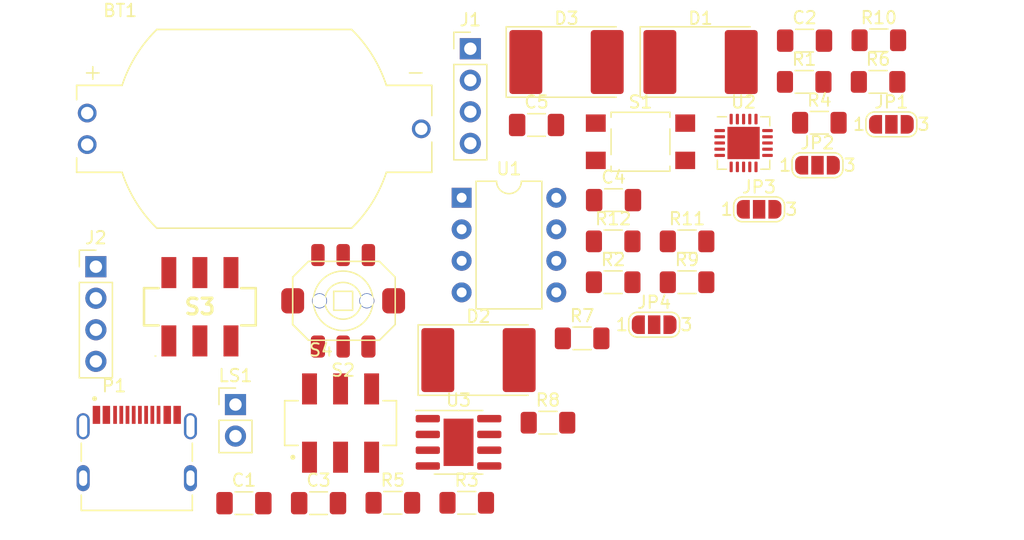
<source format=kicad_pcb>
(kicad_pcb (version 20211014) (generator pcbnew)
  (layers (0 "F.Cu" signal) (31 "B.Cu" signal) (34 "B.Paste" user) (35 "F.Paste" user) (36 "B.SilkS" user "B.Silkscreen") (37 "F.SilkS" user "F.Silkscreen") (38 "B.Mask" user) (39 "F.Mask" user) (44 "Edge.Cuts" user))
  (net 0 "")
  (net 1 "GND")
  (net 2 "ExtVCC")
  (net 3 "Net-(C1-Pad2)")
  (net 4 "VCC")
  (net 5 "Net-(D1-Pad2)")
  (net 6 "Net-(D2-Pad1)")
  (net 7 "Net-(D3-Pad1)")
  (net 8 "PB0{slash}SDA{slash}MOSI")
  (net 9 "PB2{slash}SCL{slash}SCK")
  (net 10 "Net-(JP1-Pad1)")
  (net 11 "PB3")
  (net 12 "Net-(JP1-Pad3)")
  (net 13 "PB5{slash}RES")
  (net 14 "Net-(JP3-Pad2)")
  (net 15 "PB1{slash}MISO")
  (net 16 "Net-(JP4-Pad2)")
  (net 17 "Net-(LS1-Pad1)")
  (net 20 "Net-(R1-Pad2)")
  (net 21 "Net-(R3-Pad2)")
  (net 22 "Net-(R4-Pad2)")
  (net 23 "Net-(R7-Pad2)")
  (net 24 "PB4")
  (net 25 "Net-(BT1-Pad+)")
  (footprint "Jumper:SolderJumper-3_P1.3mm_Open_RoundedPad1.0x1.5mm_NumberLabels" (layer "F.Cu") (at 156.9132 41.3976)
    (fp_text reference "JP1" (at 0 -1.8) (layer "F.SilkS"))
    (fp_text value "SolderJumper_3_Bridged123")
    (fp_text user "1" (at -2.6 0) (layer "F.SilkS"))
    (fp_text user "3" (at 2.6 0) (layer "F.SilkS"))
    (fp_line (start -2.05 0.3) (end -2.05 -0.3) (layer "F.SilkS") (width 0.12))
    (fp_line (start 1.4 1) (end -1.4 1) (layer "F.SilkS") (width 0.12))
    (fp_line (start 2.05 -0.3) (end 2.05 0.3) (layer "F.SilkS") (width 0.12))
    (fp_line (start -1.4 -1) (end 1.4 -1) (layer "F.SilkS") (width 0.12))
    (fp_arc (start 2.05 0.3) (mid 1.844975 0.794975) (end 1.35 1) (layer "F.SilkS") (width 0.12))
    (fp_arc (start -2.05 -0.3) (mid -1.844975 -0.794975) (end -1.35 -1) (layer "F.SilkS") (width 0.12))
    (fp_arc (start 1.35 -1) (mid 1.844975 -0.794975) (end 2.05 -0.3) (layer "F.SilkS") (width 0.12))
    (fp_arc (start -1.35 1) (mid -1.844975 0.794975) (end -2.05 0.3) (layer "F.SilkS") (width 0.12))
    (pad "1" smd custom (at -1.3 0) (size 1 0.5) (layers "F.Cu" "F.Mask") (net 10 "Net-(JP1-Pad1)") (options (clearance outline) (anchor rect)) (primitives (gr_circle (center 0 0.25) (end 0.5 0.25) (width 0) (fill yes)) (gr_circle (center 0 -0.25) (end 0.5 -0.25) (width 0) (fill yes)) (gr_poly (pts (xy 0.55 0.75) (xy 0 0.75) (xy 0 -0.75) (xy 0.55 -0.75)) (width 0) (fill yes))))
    (pad "2" smd rect (at 0 0) (size 1 1.5) (layers "F.Cu" "F.Mask") (net 11 "PB3"))
    (pad "3" smd custom (at 1.3 0) (size 1 0.5) (layers "F.Cu" "F.Mask") (net 12 "Net-(JP1-Pad3)") (options (clearance outline) (anchor rect)) (primitives (gr_circle (center 0 0.25) (end 0.5 0.25) (width 0) (fill yes)) (gr_circle (center 0 -0.25) (end 0.5 -0.25) (width 0) (fill yes)) (gr_poly (pts (xy 0 0.75) (xy -0.55 0.75) (xy -0.55 -0.75) (xy 0 -0.75)) (width 0) (fill yes))))
  )
  (footprint "Resistor_SMD:R_1206_3216Metric_Pad1.30x1.75mm_HandSolder" (layer "F.Cu") (at 122.7232 71.8676)
    (fp_text reference "R3" (at 0 -1.82) (layer "F.SilkS"))
    (fp_text value "33k")
    (fp_line (start -0.727064 0.91) (end 0.727064 0.91) (layer "F.SilkS") (width 0.12))
    (fp_line (start -0.727064 -0.91) (end 0.727064 -0.91) (layer "F.SilkS") (width 0.12))
    (pad "1" smd roundrect (at -1.55 0) (size 1.3 1.75) (layers "F.Cu" "F.Paste" "F.Mask") (roundrect_rratio 0.192308) (net 12 "Net-(JP1-Pad3)"))
    (pad "2" smd roundrect (at 1.55 0) (size 1.3 1.75) (layers "F.Cu" "F.Paste" "F.Mask") (roundrect_rratio 0.192308) (net 21 "Net-(R3-Pad2)"))
  )
  (footprint "Resistor_SMD:R_1206_3216Metric_Pad1.30x1.75mm_HandSolder" (layer "F.Cu") (at 140.4632 54.1076)
    (fp_text reference "R9" (at 0 -1.82) (layer "F.SilkS"))
    (fp_text value "66.5")
    (fp_line (start -0.727064 0.91) (end 0.727064 0.91) (layer "F.SilkS") (width 0.12))
    (fp_line (start -0.727064 -0.91) (end 0.727064 -0.91) (layer "F.SilkS") (width 0.12))
    (pad "1" smd roundrect (at -1.55 0) (size 1.3 1.75) (layers "F.Cu" "F.Paste" "F.Mask") (roundrect_rratio 0.192308) (net 6 "Net-(D2-Pad1)"))
    (pad "2" smd roundrect (at 1.55 0) (size 1.3 1.75) (layers "F.Cu" "F.Paste" "F.Mask") (roundrect_rratio 0.192308) (net 24 "PB4"))
  )
  (footprint "Capacitor_SMD:C_1206_3216Metric_Pad1.33x1.80mm_HandSolder" (layer "F.Cu") (at 110.7932 71.8976)
    (fp_text reference "C3" (at 0 -1.85) (layer "F.SilkS"))
    (fp_text value "47uF")
    (fp_line (start -0.711252 -0.91) (end 0.711252 -0.91) (layer "F.SilkS") (width 0.12))
    (fp_line (start -0.711252 0.91) (end 0.711252 0.91) (layer "F.SilkS") (width 0.12))
    (pad "1" smd roundrect (at -1.5625 0) (size 1.325 1.8) (layers "F.Cu" "F.Paste" "F.Mask") (roundrect_rratio 0.188679) (net 4 "VCC"))
    (pad "2" smd roundrect (at 1.5625 0) (size 1.325 1.8) (layers "F.Cu" "F.Paste" "F.Mask") (roundrect_rratio 0.188679) (net 1 "GND"))
  )
  (footprint "Connector_PinHeader_2.54mm:PinHeader_1x04_P2.54mm_Vertical" (layer "F.Cu") (at 123.0132 35.3076)
    (fp_text reference "J1" (at 0 -2.33) (layer "F.SilkS"))
    (fp_text value "Conn_01x04_Female")
    (fp_line (start -1.33 1.27) (end -1.33 8.95) (layer "F.SilkS") (width 0.12))
    (fp_line (start -1.33 1.27) (end 1.33 1.27) (layer "F.SilkS") (width 0.12))
    (fp_line (start -1.33 0) (end -1.33 -1.33) (layer "F.SilkS") (width 0.12))
    (fp_line (start -1.33 8.95) (end 1.33 8.95) (layer "F.SilkS") (width 0.12))
    (fp_line (start 1.33 1.27) (end 1.33 8.95) (layer "F.SilkS") (width 0.12))
    (fp_line (start -1.33 -1.33) (end 0 -1.33) (layer "F.SilkS") (width 0.12))
    (pad "1" thru_hole rect (at 0 0) (size 1.7 1.7) (drill 1) (layers *.Cu *.Mask) (net 8 "PB0{slash}SDA{slash}MOSI"))
    (pad "2" thru_hole oval (at 0 2.54) (size 1.7 1.7) (drill 1) (layers *.Cu *.Mask) (net 9 "PB2{slash}SCL{slash}SCK"))
    (pad "3" thru_hole oval (at 0 5.08) (size 1.7 1.7) (drill 1) (layers *.Cu *.Mask) (net 4 "VCC"))
    (pad "4" thru_hole oval (at 0 7.62) (size 1.7 1.7) (drill 1) (layers *.Cu *.Mask) (net 1 "GND"))
  )
  (footprint "SmacSYs:JS202011SCQN" (layer "F.Cu") (at 101.2382 56.0826)
    (fp_text reference "S3" (at 0 0.002) (layer "F.SilkS") (effects (font (size 1.27 1.27) (thickness 0.254))))
    (fp_text value "JS202011SCQN" hide)
    (fp_line (start -4.5 1.5) (end -3.323 1.5) (layer "F.SilkS") (width 0.2))
    (fp_line (start -3.614 3.968) (end -3.614 3.968) (layer "F.SilkS") (width 0.07159))
    (fp_line (start -4.5 -1.5) (end -3.323 -1.5) (layer "F.SilkS") (width 0.2))
    (fp_line (start 4.5 1.5) (end 3.323 1.5) (layer "F.SilkS") (width 0.2))
    (fp_line (start -4.5 -1.5) (end -4.5 1.5) (layer "F.SilkS") (width 0.2))
    (fp_line (start 4.5 -1.5) (end 3.323 -1.5) (layer "F.SilkS") (width 0.2))
    (fp_line (start 4.5 1.5) (end 4.5 -1.5) (layer "F.SilkS") (width 0.2))
    (fp_line (start -3.542 3.968) (end -3.542 3.968) (layer "F.SilkS") (width 0.07159))
    (fp_arc (start -3.614 3.968) (mid -3.578 3.932) (end -3.542 3.968) (layer "F.SilkS") (width 0.07159))
    (fp_arc (start -3.542 3.968) (mid -3.578 4.004) (end -3.614 3.968) (layer "F.SilkS") (width 0.07159))
    (pad "1" smd rect locked (at -2.5 2.75) (size 1.2 2.5) (layers "F.Cu" "F.Paste" "F.Mask") (net 2 "ExtVCC"))
    (pad "2" smd rect locked (at 0 2.75) (size 1.2 2.5) (layers "F.Cu" "F.Paste" "F.Mask") (net 4 "VCC"))
    (pad "3" smd rect locked (at 2.5 2.75) (size 1.2 2.5) (layers "F.Cu" "F.Paste" "F.Mask") (net 25 "Net-(BT1-Pad+)"))
    (pad "4" smd rect locked (at 2.5 -2.75) (size 1.2 2.5) (layers "F.Cu" "F.Paste" "F.Mask") (net 2 "ExtVCC"))
    (pad "5" smd rect locked (at 0 -2.75) (size 1.2 2.5) (layers "F.Cu" "F.Paste" "F.Mask") (net 4 "VCC"))
    (pad "6" smd rect locked (at -2.5 -2.75) (size 1.2 2.5) (layers "F.Cu" "F.Paste" "F.Mask") (net 25 "Net-(BT1-Pad+)"))
  )
  (footprint "Resistor_SMD:R_1206_3216Metric_Pad1.30x1.75mm_HandSolder" (layer "F.Cu") (at 132.0132 58.6276)
    (fp_text reference "R7" (at 0 -1.82) (layer "F.SilkS"))
    (fp_text value "33k")
    (fp_line (start -0.727064 0.91) (end 0.727064 0.91) (layer "F.SilkS") (width 0.12))
    (fp_line (start -0.727064 -0.91) (end 0.727064 -0.91) (layer "F.SilkS") (width 0.12))
    (pad "1" smd roundrect (at -1.55 0) (size 1.3 1.75) (layers "F.Cu" "F.Paste" "F.Mask") (roundrect_rratio 0.192308) (net 10 "Net-(JP1-Pad1)"))
    (pad "2" smd roundrect (at 1.55 0) (size 1.3 1.75) (layers "F.Cu" "F.Paste" "F.Mask") (roundrect_rratio 0.192308) (net 23 "Net-(R7-Pad2)"))
  )
  (footprint "Resistor_SMD:R_1206_3216Metric_Pad1.30x1.75mm_HandSolder" (layer "F.Cu") (at 116.7732 71.8676)
    (fp_text reference "R5" (at 0 -1.82) (layer "F.SilkS"))
    (fp_text value "1k5")
    (fp_line (start -0.727064 -0.91) (end 0.727064 -0.91) (layer "F.SilkS") (width 0.12))
    (fp_line (start -0.727064 0.91) (end 0.727064 0.91) (layer "F.SilkS") (width 0.12))
    (pad "1" smd roundrect (at -1.55 0) (size 1.3 1.75) (layers "F.Cu" "F.Paste" "F.Mask") (roundrect_rratio 0.192308) (net 2 "ExtVCC"))
    (pad "2" smd roundrect (at 1.55 0) (size 1.3 1.75) (layers "F.Cu" "F.Paste" "F.Mask") (roundrect_rratio 0.192308) (net 7 "Net-(D3-Pad1)"))
  )
  (footprint "Resistor_SMD:R_1206_3216Metric_Pad1.30x1.75mm_HandSolder" (layer "F.Cu") (at 140.4632 50.8176)
    (fp_text reference "R11" (at 0 -1.82) (layer "F.SilkS"))
    (fp_text value "4k7")
    (fp_line (start -0.727064 0.91) (end 0.727064 0.91) (layer "F.SilkS") (width 0.12))
    (fp_line (start -0.727064 -0.91) (end 0.727064 -0.91) (layer "F.SilkS") (width 0.12))
    (pad "1" smd roundrect (at -1.55 0) (size 1.3 1.75) (layers "F.Cu" "F.Paste" "F.Mask") (roundrect_rratio 0.192308) (net 4 "VCC"))
    (pad "2" smd roundrect (at 1.55 0) (size 1.3 1.75) (layers "F.Cu" "F.Paste" "F.Mask") (roundrect_rratio 0.192308) (net 9 "PB2{slash}SCL{slash}SCK"))
  )
  (footprint "Snapeda:SW_JS202011SCQN" (layer "F.Cu") (at 112.5632 65.4476)
    (fp_text reference "S4" (at -1.575 -5.885) (layer "F.SilkS"))
    (fp_text value "SWITCH-SP3T-SMD")
    (fp_line (start 3.42 1.8) (end 4.5 1.8) (layer "F.SilkS") (width 0.127))
    (fp_line (start 4.5 1.8) (end 4.5 -1.8) (layer "F.SilkS") (width 0.127))
    (fp_line (start 4.5 -1.8) (end 3.42 -1.8) (layer "F.SilkS") (width 0.127))
    (fp_line (start -4.5 1.8) (end -3.42 1.8) (layer "F.SilkS") (width 0.127))
    (fp_line (start -4.5 -1.8) (end -4.5 1.8) (layer "F.SilkS") (width 0.127))
    (fp_line (start -3.42 -1.8) (end -4.5 -1.8) (layer "F.SilkS") (width 0.127))
    (fp_circle (center -3.84 2.75) (end -3.74 2.75) (layer "F.SilkS") (width 0.2) (fill none))
    (pad "1" smd rect locked (at -2.5 2.75) (size 1.2 2.5) (layers "F.Cu" "F.Paste" "F.Mask") (net 17 "Net-(LS1-Pad1)"))
    (pad "2" smd rect locked (at 0 2.75) (size 1.2 2.5) (layers "F.Cu" "F.Paste" "F.Mask") (net 17 "Net-(LS1-Pad1)"))
    (pad "3" smd rect locked (at 2.5 2.75) (size 1.2 2.5) (layers "F.Cu" "F.Paste" "F.Mask") (net 1 "GND"))
    (pad "4" smd rect locked (at -2.5 -2.75) (size 1.2 2.5) (layers "F.Cu" "F.Paste" "F.Mask") (net 24 "PB4"))
    (pad "5" smd rect locked (at 0 -2.75) (size 1.2 2.5) (layers "F.Cu" "F.Paste" "F.Mask"))
    (pad "6" smd rect locked (at 2.5 -2.75) (size 1.2 2.5) (layers "F.Cu" "F.Paste" "F.Mask"))
  )
  (footprint "Jumper:SolderJumper-3_P1.3mm_Open_RoundedPad1.0x1.5mm_NumberLabels" (layer "F.Cu") (at 146.2632 48.2376)
    (fp_text reference "JP3" (at 0 -1.8) (layer "F.SilkS"))
    (fp_text value "SolderJumper_3_Bridged123")
    (fp_text user "3" (at 2.6 0) (layer "F.SilkS"))
    (fp_text user "1" (at -2.6 0) (layer "F.SilkS"))
    (fp_line (start -1.4 -1) (end 1.4 -1) (layer "F.SilkS") (width 0.12))
    (fp_line (start 1.4 1) (end -1.4 1) (layer "F.SilkS") (width 0.12))
    (fp_line (start -2.05 0.3) (end -2.05 -0.3) (layer "F.SilkS") (width 0.12))
    (fp_line (start 2.05 -0.3) (end 2.05 0.3) (layer "F.SilkS") (width 0.12))
    (fp_arc (start 2.05 0.3) (mid 1.844975 0.794975) (end 1.35 1) (layer "F.SilkS") (width 0.12))
    (fp_arc (start -1.35 1) (mid -1.844975 0.794975) (end -2.05 0.3) (layer "F.SilkS") (width 0.12))
    (fp_arc (start 1.35 -1) (mid 1.844975 -0.794975) (end 2.05 -0.3) (layer "F.SilkS") (width 0.12))
    (fp_arc (start -2.05 -0.3) (mid -1.844975 -0.794975) (end -1.35 -1) (layer "F.SilkS") (width 0.12))
    (pad "1" smd custom (at -1.3 0) (size 1 0.5) (layers "F.Cu" "F.Mask") (net 11 "PB3") (options (clearance outline) (anchor rect)) (primitives (gr_circle (center 0 0.25) (end 0.5 0.25) (width 0) (fill yes)) (gr_circle (center 0 -0.25) (end 0.5 -0.25) (width 0) (fill yes)) (gr_poly (pts (xy 0.55 0.75) (xy 0 0.75) (xy 0 -0.75) (xy 0.55 -0.75)) (width 0) (fill yes))))
    (pad "2" smd rect (at 0 0) (size 1 1.5) (layers "F.Cu" "F.Mask") (net 14 "Net-(JP3-Pad2)"))
    (pad "3" smd custom (at 1.3 0) (size 1 0.5) (layers "F.Cu" "F.Mask") (net 15 "PB1{slash}MISO") (options (clearance outline) (anchor rect)) (primitives (gr_circle (center 0 0.25) (end 0.5 0.25) (width 0) (fill yes)) (gr_circle (center 0 -0.25) (end 0.5 -0.25) (width 0) (fill yes)) (gr_poly (pts (xy 0 0.75) (xy -0.55 0.75) (xy -0.55 -0.75) (xy 0 -0.75)) (width 0) (fill yes))))
  )
  (footprint "Package_DFN_QFN:QFN-20-1EP_4x4mm_P0.5mm_EP2.6x2.6mm" (layer "F.Cu") (at 145.0132 42.8976)
    (fp_text reference "U2" (at 0 -3.3) (layer "F.SilkS"))
    (fp_text value "ATtiny85-20M")
    (fp_line (start 1.385 2.11) (end 2.11 2.11) (layer "F.SilkS") (width 0.12))
    (fp_line (start -1.385 2.11) (end -2.11 2.11) (layer "F.SilkS") (width 0.12))
    (fp_line (start 1.385 -2.11) (end 2.11 -2.11) (layer "F.SilkS") (width 0.12))
    (fp_line (start 2.11 2.11) (end 2.11 1.385) (layer "F.SilkS") (width 0.12))
    (fp_line (start 2.11 -2.11) (end 2.11 -1.385) (layer "F.SilkS") (width 0.12))
    (fp_line (start -2.11 2.11) (end -2.11 1.385) (layer "F.SilkS") (width 0.12))
    (fp_line (start -1.385 -2.11) (end -2.11 -2.11) (layer "F.SilkS") (width 0.12))
    (pad "1" smd roundrect (at -1.925 -1) (size 0.85 0.25) (layers "F.Cu" "F.Paste" "F.Mask") (net 13 "PB5{slash}RES"))
    (pad "2" smd roundrect (at -1.925 -0.5) (size 0.85 0.25) (layers "F.Cu" "F.Paste" "F.Mask") (net 11 "PB3"))
    (pad "3" smd roundrect (at -1.925 0) (size 0.85 0.25) (layers "F.Cu" "F.Paste" "F.Mask") (net 24 "PB4"))
    (pad "4" smd roundrect (at -1.925 0.5) (size 0.85 0.25) (layers "F.Cu" "F.Paste" "F.Mask") (net 1 "GND"))
    (pad "5" smd roundrect (at -1.925 1) (size 0.85 0.25) (layers "F.Cu" "F.Paste" "F.Mask") (net 8 "PB0{slash}SDA{slash}MOSI"))
    (pad "6" smd roundrect (at -1 1.925) (size 0.25 0.85) (layers "F.Cu" "F.Paste" "F.Mask") (net 15 "PB1{slash}MISO"))
    (pad "7" smd roundrect (at -0.5 1.925) (size 0.25 0.85) (layers "F.Cu" "F.Paste" "F.Mask") (net 9 "PB2{slash}SCL{slash}SCK"))
    (pad "8" smd roundrect (at 0 1.925) (size 0.25 0.85) (layers "F.Cu" "F.Paste" "F.Mask") (net 4 "VCC"))
    (pad "9" smd roundrect (at 0.5 1.925) (size 0.25 0.85) (layers "F.Cu" "F.Paste" "F.Mask"))
    (pad "10" smd roundrect (at 1 1.925) (size 0.25 0.85) (layers "F.Cu" "F.Paste" "F.Mask"))
    (pad "11" smd roundrect (at 1.925 1) (size 0.85 0.25) (layers "F.Cu" "F.Paste" "F.Mask"))
    (pad "12" smd roundrect (at 1.925 0.5) (size 0.85 0.25) (layers "F.Cu" "F.Paste" "F.Mask"))
    (pad "13" smd roundrect (at 1.925 0) (size 0.85 0.25) (layers "F.Cu" "F.Paste" "F.Mask"))
    (pad "14" smd roundrect (at 1.925 -0.5) (size 0.85 0.25) (layers "F.Cu" "F.Paste" "F.Mask"))
    (pad "15" smd roundrect (at 1.925 -1) (size 0.85 0.25) (layers "F.Cu" "F.Paste" "F.Mask"))
    (pad "16" smd roundrect (at 1 -1.925) (size 0.25 0.85) (layers "F.Cu" "F.Paste" "F.Mask"))
    (pad "17" smd roundrect (at 0.5 -1.925) (size 0.25 0.85) (layers "F.Cu" "F.Paste" "F.Mask"))
    (pad "18" smd roundrect (at 0 -1.925) (size 0.25 0.85) (layers "F.Cu" "F.Paste" "F.Mask"))
    (pad "19" smd roundrect (at -0.5 -1.925) (size 0.25 0.85) (layers "F.Cu" "F.Paste" "F.Mask"))
    (pad "20" smd roundrect (at -1 -1.925) (size 0.25 0.85) (layers "F.Cu" "F.Paste" "F.Mask"))
    (pad "21" smd rect (at 0 0) (size 2.6 2.6) (layers "F.Cu" "F.Mask") (net 1 "GND"))
  )
  (footprint "Snapeda:BAT_BU2032-1" (layer "F.Cu") (at 105.6132 41.7576)
    (fp_text reference "BT1" (at -10.795 -9.525) (layer "F.SilkS"))
    (fp_text value "BATTERY-6.8MM_SMD")
    (fp_line (start -14.3 3.5) (end -14.3 2.345) (layer "F.SilkS") (width 0.127))
    (fp_line (start -7.84 -8) (end 7.84 -8) (layer "F.SilkS") (width 0.127))
    (fp_line (start -14.3 -3.5) (end -14.3 -2.345) (layer "F.SilkS") (width 0.127))
    (fp_line (start -13 -5) (end -13 -4) (layer "F.SilkS") (width 0.127))
    (fp_line (start 14.3 3.5) (end 10.64 3.5) (layer "F.SilkS") (width 0.127))
    (fp_line (start 12.5 -4.5) (end 13.5 -4.5) (layer "F.SilkS") (width 0.127))
    (fp_line (start -7.84 8) (end 7.84 8) (layer "F.SilkS") (width 0.127))
    (fp_line (start -14.3 -3.5) (end -10.64 -3.5) (layer "F.SilkS") (width 0.127))
    (fp_line (start -13.5 -4.5) (end -12.5 -4.5) (layer "F.SilkS") (width 0.127))
    (fp_line (start -14.3 3.5) (end -10.64 3.5) (layer "F.SilkS") (width 0.127))
    (fp_line (start 14.3 -3.5) (end 14.3 -1.07) (layer "F.SilkS") (width 0.127))
    (fp_line (start 14.3 -3.5) (end 10.64 -3.5) (layer "F.SilkS") (width 0.127))
    (fp_line (start 14.3 3.5) (end 14.3 1.07) (layer "F.SilkS") (width 0.127))
    (fp_arc (start -10.64 -3.5) (mid -9.50994 -5.917963) (end -7.84 -8) (layer "F.SilkS") (width 0.127))
    (fp_arc (start 10.64 3.5) (mid 9.50994 5.917963) (end 7.84 8) (layer "F.SilkS") (width 0.127))
    (fp_arc (start 7.84 -8) (mid 9.509972 -5.917983) (end 10.64 -3.5) (layer "F.SilkS") (width 0.127))
    (fp_arc (start -7.84 8) (mid -9.509972 5.917983) (end -10.64 3.5) (layer "F.SilkS") (width 0.127))
    (pad "+" thru_hole circle (at -13.45 -1.27) (size 1.508 1.508) (drill 1) (layers *.Cu *.Mask))
    (pad "+" thru_hole circle (at -13.45 1.27) (size 1.508 1.508) (drill 1) (layers *.Cu *.Mask))
    (pad "-" thru_hole circle (at 13.45 0) (size 1.508 1.508) (drill 1) (layers *.Cu *.Mask) (net 1 "GND"))
  )
  (footprint "Connector_PinHeader_2.54mm:PinHeader_1x04_P2.54mm_Vertical" (layer "F.Cu") (at 92.8632 52.8576)
    (fp_text reference "J2" (at 0 -2.33) (layer "F.SilkS"))
    (fp_text value "Conn_01x04_Female")
    (fp_line (start -1.33 1.27) (end 1.33 1.27) (layer "F.SilkS") (width 0.12))
    (fp_line (start -1.33 0) (end -1.33 -1.33) (layer "F.SilkS") (width 0.12))
    (fp_line (start 1.33 1.27) (end 1.33 8.95) (layer "F.SilkS") (width 0.12))
    (fp_line (start -1.33 8.95) (end 1.33 8.95) (layer "F.SilkS") (width 0.12))
    (fp_line (start -1.33 1.27) (end -1.33 8.95) (layer "F.SilkS") (width 0.12))
    (fp_line (start -1.33 -1.33) (end 0 -1.33) (layer "F.SilkS") (width 0.12))
    (pad "1" thru_hole rect (at 0 0) (size 1.7 1.7) (drill 1) (layers *.Cu *.Mask) (net 8 "PB0{slash}SDA{slash}MOSI"))
    (pad "2" thru_hole oval (at 0 2.54) (size 1.7 1.7) (drill 1) (layers *.Cu *.Mask) (net 9 "PB2{slash}SCL{slash}SCK"))
    (pad "3" thru_hole oval (at 0 5.08) (size 1.7 1.7) (drill 1) (layers *.Cu *.Mask) (net 4 "VCC"))
    (pad "4" thru_hole oval (at 0 7.62) (size 1.7 1.7) (drill 1) (layers *.Cu *.Mask) (net 1 "GND"))
  )
  (footprint "Resistor_SMD:R_1206_3216Metric_Pad1.30x1.75mm_HandSolder" (layer "F.Cu") (at 134.5132 50.8176)
    (fp_text reference "R12" (at 0 -1.82) (layer "F.SilkS"))
    (fp_text value "4k7")
    (fp_line (start -0.727064 0.91) (end 0.727064 0.91) (layer "F.SilkS") (width 0.12))
    (fp_line (start -0.727064 -0.91) (end 0.727064 -0.91) (layer "F.SilkS") (width 0.12))
    (pad "1" smd roundrect (at -1.55 0) (size 1.3 1.75) (layers "F.Cu" "F.Paste" "F.Mask") (roundrect_rratio 0.192308) (net 4 "VCC"))
    (pad "2" smd roundrect (at 1.55 0) (size 1.3 1.75) (layers "F.Cu" "F.Paste" "F.Mask") (roundrect_rratio 0.192308) (net 8 "PB0{slash}SDA{slash}MOSI"))
  )
  (footprint "Resistor_SMD:R_1206_3216Metric_Pad1.30x1.75mm_HandSolder" (layer "F.Cu") (at 149.8932 37.9776)
    (fp_text reference "R1" (at 0 -1.82) (layer "F.SilkS"))
    (fp_text value "88k")
    (fp_line (start -0.727064 -0.91) (end 0.727064 -0.91) (layer "F.SilkS") (width 0.12))
    (fp_line (start -0.727064 0.91) (end 0.727064 0.91) (layer "F.SilkS") (width 0.12))
    (pad "1" smd roundrect (at -1.55 0) (size 1.3 1.75) (layers "F.Cu" "F.Paste" "F.Mask") (roundrect_rratio 0.192308) (net 12 "Net-(JP1-Pad3)"))
    (pad "2" smd roundrect (at 1.55 0) (size 1.3 1.75) (layers "F.Cu" "F.Paste" "F.Mask") (roundrect_rratio 0.192308) (net 20 "Net-(R1-Pad2)"))
  )
  (footprint "Package_DIP:DIP-8_W7.62mm" (layer "F.Cu") (at 122.3132 47.3076)
    (fp_text reference "U1" (at 3.81 -2.33) (layer "F.SilkS"))
    (fp_text value "ATtiny85-20P")
    (fp_line (start 2.81 -1.33) (end 1.16 -1.33) (layer "F.SilkS") (width 0.12))
    (fp_line (start 6.46 -1.33) (end 4.81 -1.33) (layer "F.SilkS") (width 0.12))
    (fp_line (start 6.46 8.95) (end 6.46 -1.33) (layer "F.SilkS") (width 0.12))
    (fp_line (start 1.16 8.95) (end 6.46 8.95) (layer "F.SilkS") (width 0.12))
    (fp_line (start 1.16 -1.33) (end 1.16 8.95) (layer "F.SilkS") (width 0.12))
    (fp_arc (start 4.81 -1.33) (mid 3.81 -0.33) (end 2.81 -1.33) (layer "F.SilkS") (width 0.12))
    (pad "1" thru_hole rect (at 0 0) (size 1.6 1.6) (drill 0.8) (layers *.Cu *.Mask) (net 13 "PB5{slash}RES"))
    (pad "2" thru_hole oval (at 0 2.54) (size 1.6 1.6) (drill 0.8) (layers *.Cu *.Mask) (net 11 "PB3"))
    (pad "3" thru_hole oval (at 0 5.08) (size 1.6 1.6) (drill 0.8) (layers *.Cu *.Mask) (net 24 "PB4"))
    (pad "4" thru_hole oval (at 0 7.62) (size 1.6 1.6) (drill 0.8) (layers *.Cu *.Mask) (net 1 "GND"))
    (pad "5" thru_hole oval (at 7.62 7.62) (size 1.6 1.6) (drill 0.8) (layers *.Cu *.Mask) (net 8 "PB0{slash}SDA{slash}MOSI"))
    (pad "6" thru_hole oval (at 7.62 5.08) (size 1.6 1.6) (drill 0.8) (layers *.Cu *.Mask) (net 15 "PB1{slash}MISO"))
    (pad "7" thru_hole oval (at 7.62 2.54) (size 1.6 1.6) (drill 0.8) (layers *.Cu *.Mask) (net 9 "PB2{slash}SCL{slash}SCK"))
    (pad "8" thru_hole oval (at 7.62 0) (size 1.6 1.6) (drill 0.8) (layers *.Cu *.Mask) (net 4 "VCC"))
  )
  (footprint "Jumper:SolderJumper-3_P1.3mm_Open_RoundedPad1.0x1.5mm_NumberLabels" (layer "F.Cu") (at 137.8132 57.5276)
    (fp_text reference "JP4" (at 0 -1.8) (layer "F.SilkS"))
    (fp_text value "SolderJumper_3_Bridged123")
    (fp_text user "3" (at 2.6 0) (layer "F.SilkS"))
    (fp_text user "1" (at -2.6 0) (layer "F.SilkS"))
    (fp_line (start 2.05 -0.3) (end 2.05 0.3) (layer "F.SilkS") (width 0.12))
    (fp_line (start -2.05 0.3) (end -2.05 -0.3) (layer "F.SilkS") (width 0.12))
    (fp_line (start -1.4 -1) (end 1.4 -1) (layer "F.SilkS") (width 0.12))
    (fp_line (start 1.4 1) (end -1.4 1) (layer "F.SilkS") (width 0.12))
    (fp_arc (start 2.05 0.3) (mid 1.844975 0.794975) (end 1.35 1) (layer "F.SilkS") (width 0.12))
    (fp_arc (start -2.05 -0.3) (mid -1.844975 -0.794975) (end -1.35 -1) (layer "F.SilkS") (width 0.12))
    (fp_arc (start -1.35 1) (mid -1.844975 0.794975) (end -2.05 0.3) (layer "F.SilkS") (width 0.12))
    (fp_arc (start 1.35 -1) (mid 1.844975 -0.794975) (end 2.05 -0.3) (layer "F.SilkS") (width 0.12))
    (pad "1" smd custom (at -1.3 0) (size 1 0.5) (layers "F.Cu" "F.Mask") (net 4 "VCC") (options (clearance outline) (anchor rect)) (primitives (gr_circle (center 0 0.25) (end 0.5 0.25) (width 0) (fill yes)) (gr_circle (center 0 -0.25) (end 0.5 -0.25) (width 0) (fill yes)) (gr_poly (pts (xy 0.55 0.75) (xy 0 0.75) (xy 0 -0.75) (xy 0.55 -0.75)) (width 0) (fill yes))))
    (pad "2" smd rect (at 0 0) (size 1 1.5) (layers "F.Cu" "F.Mask") (net 16 "Net-(JP4-Pad2)"))
    (pad "3" smd custom (at 1.3 0) (size 1 0.5) (layers "F.Cu" "F.Mask") (net 1 "GND") (options (clearance outline) (anchor rect)) (primitives (gr_circle (center 0 0.25) (end 0.5 0.25) (width 0) (fill yes)) (gr_circle (center 0 -0.25) (end 0.5 -0.25) (width 0) (fill yes)) (gr_poly (pts (xy 0 0.75) (xy -0.55 0.75) (xy -0.55 -0.75) (xy 0 -0.75)) (width 0) (fill yes))))
  )
  (footprint "Capacitor_SMD:C_1206_3216Metric_Pad1.33x1.80mm_HandSolder" (layer "F.Cu") (at 128.3432 41.4476)
    (fp_text reference "C5" (at 0 -1.85) (layer "F.SilkS"))
    (fp_text value "100nF")
    (fp_line (start -0.711252 0.91) (end 0.711252 0.91) (layer "F.SilkS") (width 0.12))
    (fp_line (start -0.711252 -0.91) (end 0.711252 -0.91) (layer "F.SilkS") (width 0.12))
    (pad "1" smd roundrect (at -1.5625 0) (size 1.325 1.8) (layers "F.Cu" "F.Paste" "F.Mask") (roundrect_rratio 0.188679) (net 4 "VCC"))
    (pad "2" smd roundrect (at 1.5625 0) (size 1.325 1.8) (layers "F.Cu" "F.Paste" "F.Mask") (roundrect_rratio 0.188679) (net 1 "GND"))
  )
  (footprint "Jumper:SolderJumper-3_P1.3mm_Open_RoundedPad1.0x1.5mm_NumberLabels" (layer "F.Cu") (at 150.9632 44.6876)
    (fp_text reference "JP2" (at 0 -1.8) (layer "F.SilkS"))
    (fp_text value "SolderJumper_3_Bridged123")
    (fp_text user "3" (at 2.6 0) (layer "F.SilkS"))
    (fp_text user "1" (at -2.6 0) (layer "F.SilkS"))
    (fp_line (start 1.4 1) (end -1.4 1) (layer "F.SilkS") (width 0.12))
    (fp_line (start -2.05 0.3) (end -2.05 -0.3) (layer "F.SilkS") (width 0.12))
    (fp_line (start -1.4 -1) (end 1.4 -1) (layer "F.SilkS") (width 0.12))
    (fp_line (start 2.05 -0.3) (end 2.05 0.3) (layer "F.SilkS") (width 0.12))
    (fp_arc (start -1.35 1) (mid -1.844975 0.794975) (end -2.05 0.3) (layer "F.SilkS") (width 0.12))
    (fp_arc (start 2.05 0.3) (mid 1.844975 0.794975) (end 1.35 1) (layer "F.SilkS") (width 0.12))
    (fp_arc (start -2.05 -0.3) (mid -1.844975 -0.794975) (end -1.35 -1) (layer "F.SilkS") (width 0.12))
    (fp_arc (start 1.35 -1) (mid 1.844975 -0.794975) (end 2.05 -0.3) (layer "F.SilkS") (width 0.12))
    (pad "1" smd custom (at -1.3 0) (size 1 0.5) (layers "F.Cu" "F.Mask") (net 10 "Net-(JP1-Pad1)") (options (clearance outline) (anchor rect)) (primitives (gr_circle (center 0 0.25) (end 0.5 0.25) (width 0) (fill yes)) (gr_circle (center 0 -0.25) (end 0.5 -0.25) (width 0) (fill yes)) (gr_poly (pts (xy 0.55 0.75) (xy 0 0.75) (xy 0 -0.75) (xy 0.55 -0.75)) (width 0) (fill yes))))
    (pad "2" smd rect (at 0 0) (size 1 1.5) (layers "F.Cu" "F.Mask") (net 13 "PB5{slash}RES"))
    (pad "3" smd custom (at 1.3 0) (size 1 0.5) (layers "F.Cu" "F.Mask") (net 12 "Net-(JP1-Pad3)") (options (clearance outline) (anchor rect)) (primitives (gr_circle (center 0 0.25) (end 0.5 0.25) (width 0) (fill yes)) (gr_circle (center 0 -0.25) (end 0.5 -0.25) (width 0) (fill yes)) (gr_poly (pts (xy 0 0.75) (xy -0.55 0.75) (xy -0.55 -0.75) (xy 0 -0.75)) (width 0) (fill yes))))
  )
  (footprint "Resistor_SMD:R_1206_3216Metric_Pad1.30x1.75mm_HandSolder" (layer "F.Cu") (at 155.9032 34.6276)
    (fp_text reference "R10" (at 0 -1.82) (layer "F.SilkS"))
    (fp_text value "10k")
    (fp_line (start -0.727064 0.91) (end 0.727064 0.91) (layer "F.SilkS") (width 0.12))
    (fp_line (start -0.727064 -0.91) (end 0.727064 -0.91) (layer "F.SilkS") (width 0.12))
    (pad "1" smd roundrect (at -1.55 0) (size 1.3 1.75) (layers "F.Cu" "F.Paste" "F.Mask") (roundrect_rratio 0.192308) (net 4 "VCC"))
    (pad "2" smd roundrect (at 1.55 0) (size 1.3 1.75) (layers "F.Cu" "F.Paste" "F.Mask") (roundrect_rratio 0.192308) (net 15 "PB1{slash}MISO"))
  )
  (footprint "Button_Switch_SMD:SW_SPST_TL3305B" (layer "F.Cu") (at 136.7132 42.7976)
    (fp_text reference "S1" (at 0 -3.2) (layer "F.SilkS"))
    (fp_text value "MOMENTARY-SWITCH-SPST-2-SMD-5.2MM")
    (fp_line (start -2.37 -2.37) (end -2.37 -1.97) (layer "F.SilkS") (width 0.12))
    (fp_line (start 2.37 1.03) (end 2.37 -1.03) (layer "F.SilkS") (width 0.12))
    (fp_line (start -2.37 2.37) (end 2.37 2.37) (layer "F.SilkS") (width 0.12))
    (fp_line (start 2.37 -2.37) (end 2.37 -1.97) (layer "F.SilkS") (width 0.12))
    (fp_line (start -2.37 2.37) (end -2.37 1.97) (layer "F.SilkS") (width 0.12))
    (fp_line (start -2.37 -2.37) (end 2.37 -2.37) (layer "F.SilkS") (width 0.12))
    (fp_line (start -2.37 1.03) (end -2.37 -1.03) (layer "F.SilkS") (width 0.12))
    (fp_line (start 2.37 2.37) (end 2.37 1.97) (layer "F.SilkS") (width 0.12))
    (pad "1" smd rect (at -3.6 -1.5) (size 1.6 1.4) (layers "F.Cu" "F.Paste" "F.Mask") (net 1 "GND"))
    (pad "1" smd rect (at 3.6 -1.5) (size 1.6 1.4) (layers "F.Cu" "F.Paste" "F.Mask") (net 1 "GND"))
    (pad "2" smd rect (at -3.6 1.5) (size 1.6 1.4) (layers "F.Cu" "F.Paste" "F.Mask") (net 1 "GND"))
    (pad "2" smd rect (at 3.6 1.5) (size 1.6 1.4) (layers "F.Cu" "F.Paste" "F.Mask") (net 1 "GND"))
  )
  (footprint "Diode_SMD:D_3220_8050Metric_Pad2.65x5.15mm_HandSolder" (layer "F.Cu") (at 141.5482 36.3776)
    (fp_text reference "D1" (at 0 -3.52) (layer "F.SilkS"))
    (fp_text value "D_Schottky")
    (fp_line (start -4.86 -2.835) (end -4.86 2.835) (layer "F.SilkS") (width 0.12))
    (fp_line (start -4.86 2.835) (end 4 2.835) (layer "F.SilkS") (width 0.12))
    (fp_line (start 4 -2.835) (end -4.86 -2.835) (layer "F.SilkS") (width 0.12))
    (pad "1" smd roundrect (at -3.275 0) (size 2.65 5.15) (layers "F.Cu" "F.Paste" "F.Mask") (roundrect_rratio 0.09434) (net 3 "Net-(C1-Pad2)"))
    (pad "2" smd roundrect (at 3.275 0) (size 2.65 5.15) (layers "F.Cu" "F.Paste" "F.Mask") (roundrect_rratio 0.09434) (net 5 "Net-(D1-Pad2)"))
  )
  (footprint "Snapeda:HRO_TYPE-C-31-M-12" (layer "F.Cu") (at 96.1582 69.8826)
    (fp_text reference "P1" (at -1.825 -7.435) (layer "F.SilkS"))
    (fp_text value "USB_C_Plug_USB2.0")
    (fp_line (start 4.47 2.6) (end -4.47 2.6) (layer "F.SilkS") (width 0.127))
    (fp_line (start 4.47 -2.81) (end 4.47 -1.37) (layer "F.SilkS") (width 0.127))
    (fp_line (start 4.47 1.37) (end 4.47 2.6) (layer "F.SilkS") (width 0.127))
    (fp_line (start -4.47 -2.81) (end -4.47 -1.37) (layer "F.SilkS") (width 0.127))
    (fp_line (start -4.47 2.6) (end -4.47 1.37) (layer "F.SilkS") (width 0.127))
    (fp_circle (center -3.4 -6.4) (end -3.3 -6.4) (layer "F.SilkS") (width 0.2) (fill none))
    (pad "" np_thru_hole circle locked (at -2.89 -3.65) (size 0.7 0.7) (drill 0.7) (layers *.Cu *.Mask))
    (pad "" np_thru_hole circle locked (at 2.89 -3.65) (size 0.7 0.7) (drill 0.7) (layers *.Cu *.Mask))
    (pad "A1B12" smd rect locked (at -3.25 -5.095) (size 0.6 1.45) (layers "F.Cu" "F.Paste" "F.Mask"))
    (pad "A4B9" smd rect locked (at -2.45 -5.095) (size 0.6 1.45) (layers "F.Cu" "F.Paste" "F.Mask"))
    (pad "A5" smd rect locked (at -1.25 -5.095) (size 0.3 1.45) (layers "F.Cu" "F.Paste" "F.Mask"))
    (pad "A6" smd rect locked (at -0.25 -5.095) (size 0.3 1.45) (layers "F.Cu" "F.Paste" "F.Mask") (net 6 "Net-(D2-Pad1)"))
    (pad "A7" smd rect locked (at 0.25 -5.095) (size 0.3 1.45) (layers "F.Cu" "F.Paste" "F.Mask") (net 7 "Net-(D3-Pad1)"))
    (pad "A8" smd rect locked (at 1.25 -5.095) (size 0.3 1.45) (layers "F.Cu" "F.Paste" "F.Mask"))
    (pad "B1A12" smd rect locked (at 3.25 -5.095) (size 0.6 1.45) (layers "F.Cu" "F.Paste" "F.Mask"))
    (pad "B4A9" smd rect locked (at 2.45 -5.095) (size 0.6 1.45) (layers "F.Cu" "F.Paste" "F.Mask"))
    (pad "B5" smd rect locked (at 1.75 -5.095) (size 0.3 1.45) (layers "F.Cu" "F.Paste" "F.Mask"))
    (pad "B6" smd rect locked (at 0.75 -5.095) (size 0.3 1.45) (layers "F.Cu" "F.Paste" "F.Mask"))
    (pad "B7" smd rect locked (at -0.75 -5.095) (size 0.3 1.45) (layers "F.Cu" "F.Paste" "F.Mask"))
    (pad "B8" smd rect locked (at -1.75 -5.095) (size 0.3 1.45) (layers "F.Cu" "F.Paste" "F.Mask"))
    (pad "S1" thru_hole oval locked (at -4.32 -4.18) (size 1.05 2.1) (drill oval 0.65 1.75) (layers *.Cu *.Mask) (net 1 "GND"))
    (pad "S2" thru_hole oval locked (at 4.32 -4.18) (size 1.05 2.1) (drill oval 0.65 1.75) (layers *.Cu *.Mask))
    (pad "S3" thru_hole oval locked (at -4.32 0) (size 1.05 2.1) (drill oval 0.65 1.25) (layers *.Cu *.Mask))
    (pad "S4" thru_hole oval locked (at 4.32 0) (size 1.05 2.1) (drill oval 0.65 1.25) (layers *.Cu *.Mask))
  )
  (footprint "Resistor_SMD:R_1206_3216Metric_Pad1.30x1.75mm_HandSolder" (layer "F.Cu") (at 155.8432 37.9776)
    (fp_text reference "R6" (at 0 -1.82) (layer "F.SilkS"))
    (fp_text value "22k")
    (fp_line (start -0.727064 -0.91) (end 0.727064 -0.91) (layer "F.SilkS") (width 0.12))
    (fp_line (start -0.727064 0.91) (end 0.727064 0.91) (layer "F.SilkS") (width 0.12))
    (pad "1" smd roundrect (at -1.55 0) (size 1.3 1.75) (layers "F.Cu" "F.Paste" "F.Mask") (roundrect_rratio 0.192308) (net 4 "VCC"))
    (pad "2" smd roundrect (at 1.55 0) (size 1.3 1.75) (layers "F.Cu" "F.Paste" "F.Mask") (roundrect_rratio 0.192308) (net 13 "PB5{slash}RES"))
  )
  (footprint "Diode_SMD:D_3220_8050Metric_Pad2.65x5.15mm_HandSolder" (layer "F.Cu") (at 130.7582 36.3776)
    (fp_text reference "D3" (at 0 -3.52) (layer "F.SilkS"))
    (fp_text value "3.6V")
    (fp_line (start -4.86 -2.835) (end -4.86 2.835) (layer "F.SilkS") (width 0.12))
    (fp_line (start -4.86 2.835) (end 4 2.835) (layer "F.SilkS") (width 0.12))
    (fp_line (start 4 -2.835) (end -4.86 -2.835) (layer "F.SilkS") (width 0.12))
    (pad "1" smd roundrect (at -3.275 0) (size 2.65 5.15) (layers "F.Cu" "F.Paste" "F.Mask") (roundrect_rratio 0.09434) (net 7 "Net-(D3-Pad1)"))
    (pad "2" smd roundrect (at 3.275 0) (size 2.65 5.15) (layers "F.Cu" "F.Paste" "F.Mask") (roundrect_rratio 0.09434) (net 1 "GND"))
  )
  (footprint "Button_Switch_SMD:5 way button (joystick)" (layer "F.Cu") (at 116.32895 55.6046)
    (fp_text reference "S2" (at -3.556 5.588 unlocked) (layer "F.SilkS"))
    (fp_text value "JOYSTICK_MINI")
    (fp_line (start 0.635 -1.905) (end 0.635 1.905) (layer "F.SilkS") (width 0.12))
    (fp_line (start -0.635 -3.175) (end 0.635 -1.905) (layer "F.SilkS") (width 0.12))
    (fp_line (start -7.62 1.905) (end -7.62 1.27) (layer "F.SilkS") (width 0.12))
    (fp_line (start -7.62 -1.905) (end -6.35 -3.175) (layer "F.SilkS") (width 0.12))
    (fp_line (start 0.635 1.905) (end -0.635 3.175) (layer "F.SilkS") (width 0.12))
    (fp_line (start -6.35 3.175) (end -7.62 1.905) (layer "F.SilkS") (width 0.12))
    (fp_line (start -7.62 1.905) (end -6.35 3.175) (layer "F.SilkS") (width 0.12))
    (fp_line (start -7.62 -1.27) (end -7.62 -1.905) (layer "F.SilkS") (width 0.12))
    (fp_line (start -0.635 3.175) (end -6.35 3.175) (layer "F.SilkS") (width 0.12))
    (fp_line (start -6.35 -3.175) (end -0.635 -3.175) (layer "F.SilkS") (width 0.12))
    (fp_line (start -6.35 3.175) (end -7.62 1.905) (layer "F.SilkS") (width 0.12))
    (fp_line (start -7.62 1.905) (end -7.62 -1.905) (layer "F.SilkS") (width 0.12))
    (fp_line (start -7.62 1.27) (end -7.62 1.905) (layer "F.SilkS") (width 0.12))
    (fp_line (start -7.62 1.905) (end -7.62 -1.27) (layer "F.SilkS") (width 0.12))
    (fp_rect (start -4.318 -0.762) (end -2.794 0.762) (layer "F.SilkS") (width 0.12) (fill none))
    (fp_circle (center -3.556 0) (end -4.826 -2.032) (layer "F.SilkS") (width 0.12) (fill none))
    (fp_circle (center -3.556 0) (end -4.318 -1.27) (layer "F.SilkS") (width 0.12) (fill none))
    (pad "" thru_hole circle (at -1.651 0) (size 1.2 1.2) (drill 1.1) (layers *.Cu *.Mask))
    (pad "" thru_hole circle (at -5.461 0) (size 1.2 1.2) (drill 1.1) (layers *.Cu *.Mask))
    (pad "7" smd roundrect (at -7.62 0) (size 1.8415 2.032) (layers "F.Cu" "F.Paste" "F.Mask"))
    (pad "8" smd roundrect (at 0.508 0) (size 1.8415 2.032) (layers "F.Cu" "F.Paste" "F.Mask"))
    (pad "A" smd roundrect (at -5.588 3.683) (size 1.143 1.778) (layers "F.Cu" "F.Paste" "F.Mask") (net 21 "Net-(R3-Pad2)"))
    (pad "B" smd roundrect (at -5.588 -3.683) (size 1.0795 1.778) (layers "F.Cu" "F.Paste" "F.Mask") (net 23 "Net-(R7-Pad2)"))
    (pad "C" smd roundrect (at -1.524 3.683) (size 1.143 1.778) (layers "F.Cu" "F.Paste" "F.Mask") (net 22 "Net-(R4-Pad2)"))
    (pad "CTR" smd roundrect (at -3.556 3.683) (size 1.0795 1.778) (layers "F.Cu" "F.Paste" "F.Mask") (net 14 "Net-(JP3-Pad2)"))
    (pad "D" smd roundrect (at -1.524 -3.683) (size 1.0795 1.778) (layers "F.Cu" "F.Paste" "F.Mask") (net 20 "Net-(R1-Pad2)"))
    (pad "GND" smd roundrect (at -3.556 -3.683) (size 1.0795 1.778) (layers "F.Cu" "F.Paste" "F.Mask") (net 1 "GND"))
  )
  (footprint "Connector_PinHeader_2.54mm:PinHeader_1x02_P2.54mm_Vertical" (layer "F.Cu") (at 104.1032 63.9576)
    (fp_text reference "LS1" (at 0 -2.33) (layer "F.SilkS"))
    (fp_text value "Speaker")
    (fp_line (start 1.33 1.27) (end 1.33 3.87) (layer "F.SilkS") (width 0.12))
    (fp_line (start -1.33 0) (end -1.33 -1.33) (layer "F.SilkS") (width 0.12))
    (fp_line (start -1.33 1.27) (end 1.33 1.27) (layer "F.SilkS") (width 0.12))
    (fp_line (start -1.33 -1.33) (end 0 -1.33) (layer "F.SilkS") (width 0.12))
    (fp_line (start -1.33 3.87) (end 1.33 3.87) (layer "F.SilkS") (width 0.12))
    (fp_line (start -1.33 1.27) (end -1.33 3.87) (layer "F.SilkS") (width 0.12))
    (pad "1" thru_hole rect (at 0 0) (size 1.7 1.7) (drill 1) (layers *.Cu *.Mask) (net 17 "Net-(LS1-Pad1)"))
    (pad "2" thru_hole oval (at 0 2.54) (size 1.7 1.7) (drill 1) (layers *.Cu *.Mask) (net 1 "GND"))
  )
  (footprint "Diode_SMD:D_3220_8050Metric_Pad2.65x5.15mm_HandSolder" (layer "F.Cu") (at 123.6682 60.3776)
    (fp_text reference "D2" (at 0 -3.52) (layer "F.SilkS"))
    (fp_text value "3.6V")
    (fp_line (start 4 -2.835) (end -4.86 -2.835) (layer "F.SilkS") (width 0.12))
    (fp_line (start -4.86 2.835) (end 4 2.835) (layer "F.SilkS") (width 0.12))
    (fp_line (start -4.86 -2.835) (end -4.86 2.835) (layer "F.SilkS") (width 0.12))
    (pad "1" smd roundrect (at -3.275 0) (size 2.65 5.15) (layers "F.Cu" "F.Paste" "F.Mask") (roundrect_rratio 0.09434) (net 6 "Net-(D2-Pad1)"))
    (pad "2" smd roundrect (at 3.275 0) (size 2.65 5.15) (layers "F.Cu" "F.Paste" "F.Mask") (roundrect_rratio 0.09434) (net 1 "GND"))
  )
  (footprint "Capacitor_SMD:C_1206_3216Metric_Pad1.33x1.80mm_HandSolder" (layer "F.Cu") (at 104.7832 71.8976)
    (fp_text reference "C1" (at 0 -1.85) (layer "F.SilkS"))
    (fp_text value "4.7uF")
    (fp_line (start -0.711252 0.91) (end 0.711252 0.91) (layer "F.SilkS") (width 0.12))
    (fp_line (start -0.711252 -0.91) (end 0.711252 -0.91) (layer "F.SilkS") (width 0.12))
    (pad "1" smd roundrect (at -1.5625 0) (size 1.325 1.8) (layers "F.Cu" "F.Paste" "F.Mask") (roundrect_rratio 0.188679) (net 2 "ExtVCC"))
    (pad "2" smd roundrect (at 1.5625 0) (size 1.325 1.8) (layers "F.Cu" "F.Paste" "F.Mask") (roundrect_rratio 0.188679) (net 3 "Net-(C1-Pad2)"))
  )
  (footprint "Resistor_SMD:R_1206_3216Metric_Pad1.30x1.75mm_HandSolder" (layer "F.Cu") (at 129.2632 65.4176)
    (fp_text reference "R8" (at 0 -1.82) (layer "F.SilkS"))
    (fp_text value "66.5")
    (fp_line (start -0.727064 -0.91) (end 0.727064 -0.91) (layer "F.SilkS") (width 0.12))
    (fp_line (start -0.727064 0.91) (end 0.727064 0.91) (layer "F.SilkS") (width 0.12))
    (pad "1" smd roundrect (at -1.55 0) (size 1.3 1.75) (layers "F.Cu" "F.Paste" "F.Mask") (roundrect_rratio 0.192308) (net 7 "Net-(D3-Pad1)"))
    (pad "2" smd roundrect (at 1.55 0) (size 1.3 1.75) (layers "F.Cu" "F.Paste" "F.Mask") (roundrect_rratio 0.192308) (net 11 "PB3"))
  )
  (footprint "Capacitor_SMD:C_1206_3216Metric_Pad1.33x1.80mm_HandSolder" (layer "F.Cu") (at 149.9232 34.6576)
    (fp_text reference "C2" (at 0 -1.85) (layer "F.SilkS"))
    (fp_text value "0.1uF")
    (fp_line (start -0.711252 -0.91) (end 0.711252 -0.91) (layer "F.SilkS") (width 0.12))
    (fp_line (start -0.711252 0.91) (end 0.711252 0.91) (layer "F.SilkS") (width 0.12))
    (pad "1" smd roundrect (at -1.5625 0) (size 1.325 1.8) (layers "F.Cu" "F.Paste" "F.Mask") (roundrect_rratio 0.188679) (net 2 "ExtVCC"))
    (pad "2" smd roundrect (at 1.5625 0) (size 1.325 1.8) (layers "F.Cu" "F.Paste" "F.Mask") (roundrect_rratio 0.188679) (net 3 "Net-(C1-Pad2)"))
  )
  (footprint "Package_SO:SOIC-8-1EP_3.9x4.9mm_P1.27mm_EP2.41x3.81mm" (layer "F.Cu") (at 122.0632 66.9976)
    (fp_text reference "U3" (at 0 -3.4) (layer "F.SilkS"))
    (fp_text value "EEPROM-I2CEIAJ")
    (fp_line (start 0 -2.56) (end -3.45 -2.56) (layer "F.SilkS") (width 0.12))
    (fp_line (start 0 -2.56) (end 1.95 -2.56) (layer "F.SilkS") (width 0.12))
    (fp_line (start 0 2.56) (end 1.95 2.56) (layer "F.SilkS") (width 0.12))
    (fp_line (start 0 2.56) (end -1.95 2.56) (layer "F.SilkS") (width 0.12))
    (pad "1" smd roundrect (at -2.475 -1.905) (size 1.95 0.6) (layers "F.Cu" "F.Paste" "F.Mask") (net 1 "GND"))
    (pad "2" smd roundrect (at -2.475 -0.635) (size 1.95 0.6) (layers "F.Cu" "F.Paste" "F.Mask") (net 1 "GND"))
    (pad "3" smd roundrect (at -2.475 0.635) (size 1.95 0.6) (layers "F.Cu" "F.Paste" "F.Mask") (net 1 "GND"))
    (pad "4" smd roundrect (at -2.475 1.905) (size 1.95 0.6) (layers "F.Cu" "F.Paste" "F.Mask") (net 1 "GND"))
    (pad "5" smd roundrect (at 2.475 1.905) (size 1.95 0.6) (layers "F.Cu" "F.Paste" "F.Mask") (net 8 "PB0{slash}SDA{slash}MOSI"))
    (pad "6" smd roundrect (at 2.475 0.635) (size 1.95 0.6) (layers "F.Cu" "F.Paste" "F.Mask") (net 9 "PB2{slash}SCL{slash}SCK"))
    (pad "7" smd roundrect (at 2.475 -0.635) (size 1.95 0.6) (layers "F.Cu" "F.Paste" "F.Mask") (net 16 "Net-(JP4-Pad2)"))
    (pad "8" smd roundrect (at 2.475 -1.905) (size 1.95 0.6) (layers "F.Cu" "F.Paste" "F.Mask") (net 4 "VCC"))
    (pad "9" smd rect (at 0 0) (size 2.41 3.81) (layers "F.Cu" "F.Mask"))
  )
  (footprint "Resistor_SMD:R_1206_3216Metric_Pad1.30x1.75mm_HandSolder" (layer "F.Cu") (at 151.1132 41.2676)
    (fp_text reference "R4" (at 0 -1.82) (layer "F.SilkS"))
    (fp_text value "88k")
    (fp_line (start -0.727064 -0.91) (end 0.727064 -0.91) (layer "F.SilkS") (width 0.12))
    (fp_line (start -0.727064 0.91) (end 0.727064 0.91) (layer "F.SilkS") (width 0.12))
    (pad "1" smd roundrect (at -1.55 0) (size 1.3 1.75) (layers "F.Cu" "F.Paste" "F.Mask") (roundrect_rratio 0.192308) (net 10 "Net-(JP1-Pad1)"))
    (pad "2" smd roundrect (at 1.55 0) (size 1.3 1.75) (layers "F.Cu" "F.Paste" "F.Mask") (roundrect_rratio 0.192308) (net 22 "Net-(R4-Pad2)"))
  )
  (footprint "Capacitor_SMD:C_1206_3216Metric_Pad1.33x1.80mm_HandSolder" (layer "F.Cu") (at 134.5432 47.4976)
    (fp_text reference "C4" (at 0 -1.85) (layer "F.SilkS"))
    (fp_text value "100nF")
    (fp_line (start -0.711252 0.91) (end 0.711252 0.91) (layer "F.SilkS") (width 0.12))
    (fp_line (start -0.711252 -0.91) (end 0.711252 -0.91) (layer "F.SilkS") (width 0.12))
    (pad "1" smd roundrect (at -1.5625 0) (size 1.325 1.8) (layers "F.Cu" "F.Paste" "F.Mask") (roundrect_rratio 0.188679) (net 4 "VCC"))
    (pad "2" smd roundrect (at 1.5625 0) (size 1.325 1.8) (layers "F.Cu" "F.Paste" "F.Mask") (roundrect_rratio 0.188679) (net 1 "GND"))
  )
  (footprint "Resistor_SMD:R_1206_3216Metric_Pad1.30x1.75mm_HandSolder" (layer "F.Cu") (at 134.5132 54.1076)
    (fp_text reference "R2" (at 0 -1.82) (layer "F.SilkS"))
    (fp_text value "22k")
    (fp_line (start -0.727064 -0.91) (end 0.727064 -0.91) (layer "F.SilkS") (width 0.12))
    (fp_line (start -0.727064 0.91) (end 0.727064 0.91) (layer "F.SilkS") (width 0.12))
    (pad "1" smd roundrect (at -1.55 0) (size 1.3 1.75) (layers "F.Cu" "F.Paste" "F.Mask") (roundrect_rratio 0.192308) (net 4 "VCC"))
    (pad "2" smd roundrect (at 1.55 0) (size 1.3 1.75) (layers "F.Cu" "F.Paste" "F.Mask") (roundrect_rratio 0.192308) (net 11 "PB3"))
  )
)
</source>
